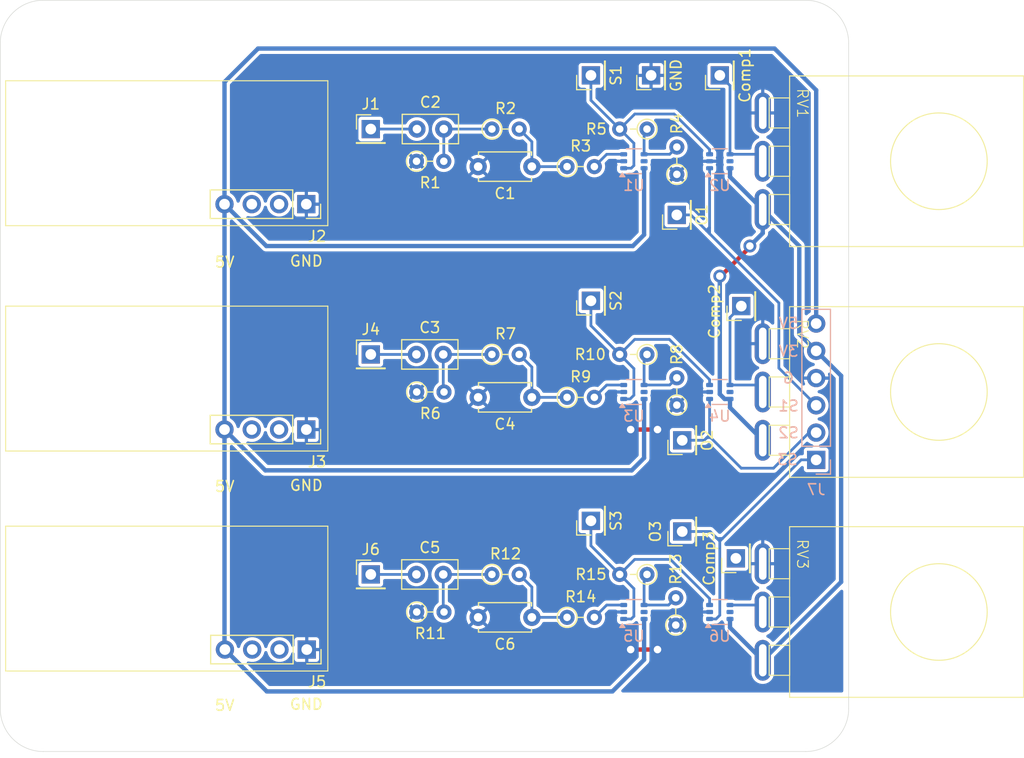
<source format=kicad_pcb>
(kicad_pcb (version 20240108) (generator "pcbnew") (generator_version "8.0")
  (layers (0 "F.Cu" signal) (31 "B.Cu" signal) (34 "B.Paste" user) (35 "F.Paste" user) (36 "B.SilkS" user "B.Silkscreen") (37 "F.SilkS" user "F.Silkscreen") (38 "B.Mask" user) (39 "F.Mask" user) (44 "Edge.Cuts" user))
  (net 0 "")
  (net 1 "Net-(C1-Pad1)")
  (net 2 "GND")
  (net 3 "Net-(J1-Pin_1)")
  (net 4 "Net-(C2-Pad2)")
  (net 5 "Net-(C3-Pad2)")
  (net 6 "Net-(U1-+)")
  (net 7 "Net-(U1--)")
  (net 8 "Net-(U2-+)")
  (net 9 "Net-(U2--)")
  (net 10 "+3V3")
  (net 12 "+5V")
  (net 14 "Net-(J4-Pin_1)")
  (net 15 "Net-(C4-Pad1)")
  (net 16 "Net-(C5-Pad2)")
  (net 17 "Net-(J6-Pin_1)")
  (net 18 "Net-(C6-Pad1)")
  (net 25 "ISR1")
  (net 26 "ISR2")
  (net 27 "ISR3")
  (net 28 "Net-(U3-+)")
  (net 29 "Net-(U3--)")
  (net 30 "Net-(U4-+)")
  (net 31 "Net-(U5-+)")
  (net 32 "Net-(U5--)")
  (net 33 "Net-(U6-+)")
  (net 34 "Net-(U4--)")
  (net 35 "Net-(U6--)")
  (footprint "Connector_PinHeader_2.54mm:PinHeader_1x01_P2.54mm_Vertical" (layer "F.Cu") (at 74.5 57 90)
    (property "Reference" "TP3")
    (property "Value" "S2" (at 0 2.33 90) (layer "F.SilkS"))
    (pad "1" thru_hole rect (at 0 0 90) (size 1.7 1.7) (drill 1) (layers "*.Cu" "*.Mask") (net 30 "Net-(U4-+)"))
  )
  (footprint "Connector_PinSocket_2.54mm:PinSocket_1x04_P2.54mm_Vertical" (layer "F.Cu") (at 48.04 89.5 -90)
    (property "Reference" "J5" (at 3 -0.96 180) (layer "F.SilkS"))
    (property "Value" "RF_RCV_3")
    (pad "1" thru_hole rect (at 0 0 270) (size 1.7 1.7) (drill 1) (layers "*.Cu" "*.Mask") (net 2 "GND"))
    (pad "2" thru_hole oval (at 0 2.54 270) (size 1.7 1.7) (drill 1) (layers "*.Cu" "*.Mask"))
    (pad "3" thru_hole oval (at 0 5.08 270) (size 1.7 1.7) (drill 1) (layers "*.Cu" "*.Mask"))
    (pad "4" thru_hole oval (at 0 7.62 270) (size 1.7 1.7) (drill 1) (layers "*.Cu" "*.Mask") (net 12 "+5V"))
  )
  (footprint "Resistor_THT:R_Axial_DIN0204_L3.6mm_D1.6mm_P2.54mm_Vertical" (layer "F.Cu") (at 72.28 66)
    (property "Reference" "R9" (at 1.27 -1.92 0) (layer "F.SilkS"))
    (property "Value" "330R")
    (pad "1" thru_hole circle (at 0 0) (size 1.4 1.4) (drill 0.7) (layers "*.Cu" "*.Mask") (net 15 "Net-(C4-Pad1)"))
    (pad "2" thru_hole oval (at 2.54 0) (size 1.4 1.4) (drill 0.7) (layers "*.Cu" "*.Mask") (net 28 "Net-(U3-+)"))
  )
  (footprint "Connector_PinHeader_2.54mm:PinHeader_1x01_P2.54mm_Vertical" (layer "F.Cu") (at 86.5 36 90)
    (property "Reference" "TP5")
    (property "Value" "Comp1" (at 0 2.33 90) (layer "F.SilkS"))
    (pad "1" thru_hole rect (at 0 0 90) (size 1.7 1.7) (drill 1) (layers "*.Cu" "*.Mask") (net 9 "Net-(U2--)"))
  )
  (footprint "Resistor_THT:R_Axial_DIN0204_L3.6mm_D1.6mm_P2.54mm_Vertical" (layer "F.Cu") (at 72.28 86.5)
    (property "Reference" "R14" (at 1.27 -1.92 0) (layer "F.SilkS"))
    (property "Value" "330R")
    (pad "1" thru_hole circle (at 0 0) (size 1.4 1.4) (drill 0.7) (layers "*.Cu" "*.Mask") (net 18 "Net-(C6-Pad1)"))
    (pad "2" thru_hole oval (at 2.54 0) (size 1.4 1.4) (drill 0.7) (layers "*.Cu" "*.Mask") (net 31 "Net-(U5-+)"))
  )
  (footprint "Resistor_THT:R_Axial_DIN0204_L3.6mm_D1.6mm_P2.54mm_Vertical" (layer "F.Cu") (at 65.28 82.5)
    (property "Reference" "R12" (at 1.27 -1.92 0) (layer "F.SilkS"))
    (property "Value" "5.6kR")
    (pad "1" thru_hole circle (at 0 0) (size 1.4 1.4) (drill 0.7) (layers "*.Cu" "*.Mask") (net 16 "Net-(C5-Pad2)"))
    (pad "2" thru_hole oval (at 2.54 0) (size 1.4 1.4) (drill 0.7) (layers "*.Cu" "*.Mask") (net 18 "Net-(C6-Pad1)"))
  )
  (footprint "282S:282S" (layer "F.Cu") (at 90.5 39.5 -90)
    (property "Reference" "RV1" (at -0.9 -3.7 -90) (layer "F.SilkS") (effects (font (thickness 0.1))))
    (property "Value" "Trim")
    (pad "1" thru_hole oval (at 0 0 270) (size 3.8 1.5) (drill oval 3 0.7) (layers "*.Cu" "*.Mask") (net 2 "GND"))
    (pad "2" thru_hole oval (at 4.5 0 270) (size 3.8 1.5) (drill oval 3 0.7) (layers "*.Cu" "*.Mask") (net 9 "Net-(U2--)"))
    (pad "3" thru_hole oval (at 9 0 270) (size 3.8 1.5) (drill oval 3 0.7) (layers "*.Cu" "*.Mask") (net 10 "+3V3"))
  )
  (footprint "Capacitor_THT:C_Disc_D4.7mm_W2.5mm_P5.00mm" (layer "F.Cu") (at 69 66 180)
    (property "Reference" "C4" (at 2.5 -2.5 360) (layer "F.SilkS"))
    (property "Value" "470nF")
    (pad "1" thru_hole circle (at 0 0 180) (size 1.6 1.6) (drill 0.8) (layers "*.Cu" "*.Mask") (net 15 "Net-(C4-Pad1)"))
    (pad "2" thru_hole circle (at 5 0 180) (size 1.6 1.6) (drill 0.8) (layers "*.Cu" "*.Mask") (net 2 "GND"))
  )
  (footprint "Resistor_THT:R_Axial_DIN0204_L3.6mm_D1.6mm_P2.54mm_Vertical" (layer "F.Cu") (at 79.72 41 180)
    (property "Reference" "R5" (at 4.72 0 360) (layer "F.SilkS"))
    (property "Value" "1kR")
    (pad "1" thru_hole circle (at 0 0 180) (size 1.4 1.4) (drill 0.7) (layers "*.Cu" "*.Mask") (net 7 "Net-(U1--)"))
    (pad "2" thru_hole oval (at 2.54 0 180) (size 1.4 1.4) (drill 0.7) (layers "*.Cu" "*.Mask") (net 8 "Net-(U2-+)"))
  )
  (footprint "Resistor_THT:R_Axial_DIN0204_L3.6mm_D1.6mm_P2.54mm_Vertical" (layer "F.Cu") (at 65.28 41)
    (property "Reference" "R2" (at 1.27 -1.92 360) (layer "F.SilkS"))
    (property "Value" "5.6kR")
    (pad "1" thru_hole circle (at 0 0) (size 1.4 1.4) (drill 0.7) (layers "*.Cu" "*.Mask") (net 4 "Net-(C2-Pad2)"))
    (pad "2" thru_hole oval (at 2.54 0) (size 1.4 1.4) (drill 0.7) (layers "*.Cu" "*.Mask") (net 1 "Net-(C1-Pad1)"))
  )
  (footprint "Connector_PinSocket_2.54mm:PinSocket_1x04_P2.54mm_Vertical" (layer "F.Cu") (at 48 48 -90)
    (property "Reference" "J2" (at 3 -1 180) (layer "F.SilkS"))
    (property "Value" "RF_RCV_1")
    (pad "1" thru_hole rect (at 0 0 270) (size 1.7 1.7) (drill 1) (layers "*.Cu" "*.Mask") (net 2 "GND"))
    (pad "2" thru_hole oval (at 0 2.54 270) (size 1.7 1.7) (drill 1) (layers "*.Cu" "*.Mask"))
    (pad "3" thru_hole oval (at 0 5.08 270) (size 1.7 1.7) (drill 1) (layers "*.Cu" "*.Mask"))
    (pad "4" thru_hole oval (at 0 7.62 270) (size 1.7 1.7) (drill 1) (layers "*.Cu" "*.Mask") (net 12 "+5V"))
  )
  (footprint "Resistor_THT:R_Axial_DIN0204_L3.6mm_D1.6mm_P2.54mm_Vertical" (layer "F.Cu") (at 82.4 87.22 90)
    (property "Reference" "R13" (at 5.22 0 90) (layer "F.SilkS"))
    (property "Value" "500R")
    (pad "1" thru_hole circle (at 0 0 90) (size 1.4 1.4) (drill 0.7) (layers "*.Cu" "*.Mask") (net 2 "GND"))
    (pad "2" thru_hole oval (at 2.54 0 90) (size 1.4 1.4) (drill 0.7) (layers "*.Cu" "*.Mask") (net 32 "Net-(U5--)"))
  )
  (footprint "Resistor_THT:R_Axial_DIN0204_L3.6mm_D1.6mm_P2.54mm_Vertical" (layer "F.Cu") (at 72.28 44.5)
    (property "Reference" "R3" (at 1.27 -1.92 0) (layer "F.SilkS"))
    (property "Value" "330R")
    (pad "1" thru_hole circle (at 0 0) (size 1.4 1.4) (drill 0.7) (layers "*.Cu" "*.Mask") (net 1 "Net-(C1-Pad1)"))
    (pad "2" thru_hole oval (at 2.54 0) (size 1.4 1.4) (drill 0.7) (layers "*.Cu" "*.Mask") (net 6 "Net-(U1-+)"))
  )
  (footprint "Connector_PinHeader_2.54mm:PinHeader_1x01_P2.54mm_Vertical" (layer "F.Cu") (at 54 82.5)
    (property "Reference" "J6" (at 0 -2.33 0) (layer "F.SilkS"))
    (property "Value" "S3")
    (pad "1" thru_hole rect (at 0 0) (size 1.7 1.7) (drill 1) (layers "*.Cu" "*.Mask") (net 17 "Net-(J6-Pin_1)"))
  )
  (footprint "Resistor_THT:R_Axial_DIN0204_L3.6mm_D1.6mm_P2.54mm_Vertical" (layer "F.Cu") (at 58.28 65.5)
    (property "Reference" "R6" (at 1.27 2 0) (layer "F.SilkS"))
    (property "Value" "39kR")
    (pad "1" thru_hole circle (at 0 0) (size 1.4 1.4) (drill 0.7) (layers "*.Cu" "*.Mask") (net 2 "GND"))
    (pad "2" thru_hole oval (at 2.54 0) (size 1.4 1.4) (drill 0.7) (layers "*.Cu" "*.Mask") (net 5 "Net-(C3-Pad2)"))
  )
  (footprint "Resistor_THT:R_Axial_DIN0204_L3.6mm_D1.6mm_P2.54mm_Vertical" (layer "F.Cu") (at 82.5 45.22 90)
    (property "Reference" "R4" (at 4.72 0 90) (layer "F.SilkS"))
    (property "Value" "500R")
    (pad "1" thru_hole circle (at 0 0 90) (size 1.4 1.4) (drill 0.7) (layers "*.Cu" "*.Mask") (net 2 "GND"))
    (pad "2" thru_hole oval (at 2.54 0 90) (size 1.4 1.4) (drill 0.7) (layers "*.Cu" "*.Mask") (net 7 "Net-(U1--)"))
  )
  (footprint "Connector_PinHeader_2.54mm:PinHeader_1x01_P2.54mm_Vertical" (layer "F.Cu") (at 83 78.5 90)
    (property "Reference" "TP10")
    (property "Value" "O3" (at 0 -2.5 90) (layer "F.SilkS"))
    (pad "1" thru_hole rect (at 0 0 90) (size 1.7 1.7) (drill 1) (layers "*.Cu" "*.Mask") (net 27 "ISR3"))
  )
  (footprint "Resistor_THT:R_Axial_DIN0204_L3.6mm_D1.6mm_P2.54mm_Vertical" (layer "F.Cu") (at 79.72 62 180)
    (property "Reference" "R10" (at 5.28 0 360) (layer "F.SilkS"))
    (property "Value" "1kR")
    (pad "1" thru_hole circle (at 0 0 180) (size 1.4 1.4) (drill 0.7) (layers "*.Cu" "*.Mask") (net 29 "Net-(U3--)"))
    (pad "2" thru_hole oval (at 2.54 0 180) (size 1.4 1.4) (drill 0.7) (layers "*.Cu" "*.Mask") (net 30 "Net-(U4-+)"))
  )
  (footprint "Resistor_THT:R_Axial_DIN0204_L3.6mm_D1.6mm_P2.54mm_Vertical" (layer "F.Cu") (at 58.28 86)
    (property "Reference" "R11" (at 1.27 2 0) (layer "F.SilkS"))
    (property "Value" "39kR")
    (pad "1" thru_hole circle (at 0 0) (size 1.4 1.4) (drill 0.7) (layers "*.Cu" "*.Mask") (net 2 "GND"))
    (pad "2" thru_hole oval (at 2.54 0) (size 1.4 1.4) (drill 0.7) (layers "*.Cu" "*.Mask") (net 16 "Net-(C5-Pad2)"))
  )
  (footprint "Connector_PinHeader_2.54mm:PinHeader_1x01_P2.54mm_Vertical" (layer "F.Cu") (at 80.1 36 90)
    (property "Reference" "TP1" (hide yes))
    (property "Value" "GND" (at 0 2.33 90) (layer "F.SilkS"))
    (pad "1" thru_hole rect (at 0 0 90) (size 1.7 1.7) (drill 1) (layers "*.Cu" "*.Mask") (net 2 "GND"))
  )
  (footprint "Connector_PinHeader_2.54mm:PinHeader_1x01_P2.54mm_Vertical" (layer "F.Cu") (at 54 62)
    (property "Reference" "J4" (at 0 -2.33 0) (layer "F.SilkS"))
    (property "Value" "S2")
    (pad "1" thru_hole rect (at 0 0) (size 1.7 1.7) (drill 1) (layers "*.Cu" "*.Mask") (net 14 "Net-(J4-Pin_1)"))
  )
  (footprint "Capacitor_THT:C_Disc_D5.0mm_W2.5mm_P2.50mm" (layer "F.Cu") (at 58.3 41)
    (property "Reference" "C2" (at 1.25 -2.5 0) (layer "F.SilkS"))
    (property "Value" "100nF")
    (pad "1" thru_hole circle (at 0 0) (size 1.6 1.6) (drill 0.8) (layers "*.Cu" "*.Mask") (net 3 "Net-(J1-Pin_1)"))
    (pad "2" thru_hole circle (at 2.5 0) (size 1.6 1.6) (drill 0.8) (layers "*.Cu" "*.Mask") (net 4 "Net-(C2-Pad2)"))
  )
  (footprint "MountingHole:MountingHole_3.2mm_M3_ISO14580" (layer "F.Cu") (at 23.5 95)
    (property "Reference" "H2" (hide yes))
    (property "Value" "-")
    (pad "" np_thru_hole circle (at 0 0) (size 3.2 3.2) (drill 3.2) (layers "*.Cu" "*.Mask"))
  )
  (footprint "Resistor_THT:R_Axial_DIN0204_L3.6mm_D1.6mm_P2.54mm_Vertical" (layer "F.Cu") (at 79.72 82.5 180)
    (property "Reference" "R15" (at 5.22 0 360) (layer "F.SilkS"))
    (property "Value" "1kR")
    (pad "1" thru_hole circle (at 0 0 180) (size 1.4 1.4) (drill 0.7) (layers "*.Cu" "*.Mask") (net 32 "Net-(U5--)"))
    (pad "2" thru_hole oval (at 2.54 0 180) (size 1.4 1.4) (drill 0.7) (layers "*.Cu" "*.Mask") (net 33 "Net-(U6-+)"))
  )
  (footprint "Capacitor_THT:C_Disc_D4.7mm_W2.5mm_P5.00mm" (layer "F.Cu") (at 69 86.5 180)
    (property "Reference" "C6" (at 2.5 -2.5 360) (layer "F.SilkS"))
    (property "Value" "470nF")
    (pad "1" thru_hole circle (at 0 0 180) (size 1.6 1.6) (drill 0.8) (layers "*.Cu" "*.Mask") (net 18 "Net-(C6-Pad1)"))
    (pad "2" thru_hole circle (at 5 0 180) (size 1.6 1.6) (drill 0.8) (layers "*.Cu" "*.Mask") (net 2 "GND"))
  )
  (footprint "Capacitor_THT:C_Disc_D4.7mm_W2.5mm_P5.00mm" (layer "F.Cu") (at 69 44.5 180)
    (property "Reference" "C1" (at 2.5 -2.5 360) (layer "F.SilkS"))
    (property "Value" "470nF")
    (pad "1" thru_hole circle (at 0 0 180) (size 1.6 1.6) (drill 0.8) (layers "*.Cu" "*.Mask") (net 1 "Net-(C1-Pad1)"))
    (pad "2" thru_hole circle (at 5 0 180) (size 1.6 1.6) (drill 0.8) (layers "*.Cu" "*.Mask") (net 2 "GND"))
  )
  (footprint "Connector_PinHeader_2.54mm:PinHeader_1x01_P2.54mm_Vertical" (layer "F.Cu") (at 82.5 49 90)
    (property "Reference" "TP8")
    (property "Value" "O1" (at 0 2.33 90) (layer "F.SilkS"))
    (pad "1" thru_hole rect (at 0 0 90) (size 1.7 1.7) (drill 1) (layers "*.Cu" "*.Mask") (net 25 "ISR1"))
  )
  (footprint "MountingHole:MountingHole_3.2mm_M3_ISO14580" (layer "F.Cu") (at 23.5 33)
    (property "Reference" "H1" (hide yes))
    (property "Value" "-")
    (pad "" np_thru_hole circle (at 0 0) (size 3.2 3.2) (drill 3.2) (layers "*.Cu" "*.Mask"))
  )
  (footprint "Connector_PinHeader_2.54mm:PinHeader_1x01_P2.54mm_Vertical" (layer "F.Cu") (at 54 41)
    (property "Reference" "J1" (at 0 -2.33 0) (layer "F.SilkS"))
    (property "Value" "S1")
    (pad "1" thru_hole rect (at 0 0) (size 1.7 1.7) (drill 1) (layers "*.Cu" "*.Mask") (net 3 "Net-(J1-Pin_1)"))
  )
  (footprint "282S:282S" (layer "F.Cu") (at 90.5 61 -90)
    (property "Reference" "RV2" (at -0.9 -3.7 -90) (layer "F.SilkS") (effects (font (thickness 0.1))))
    (property "Value" "Trim")
    (pad "1" thru_hole oval (at 0 0 270) (size 3.8 1.5) (drill oval 3 0.7) (layers "*.Cu" "*.Mask") (net 2 "GND"))
    (pad "2" thru_hole oval (at 4.5 0 270) (size 3.8 1.5) (drill oval 3 0.7) (layers "*.Cu" "*.Mask") (net 34 "Net-(U4--)"))
    (pad "3" thru_hole oval (at 9 0 270) (size 3.8 1.5) (drill oval 3 0.7) (layers "*.Cu" "*.Mask") (net 10 "+3V3"))
  )
  (footprint "Capacitor_THT:C_Disc_D5.0mm_W2.5mm_P2.50mm" (layer "F.Cu") (at 58.25 62)
    (property "Reference" "C3" (at 1.25 -2.5 0) (layer "F.SilkS"))
    (property "Value" "100nF")
    (pad "1" thru_hole circle (at 0 0) (size 1.6 1.6) (drill 0.8) (layers "*.Cu" "*.Mask") (net 14 "Net-(J4-Pin_1)"))
    (pad "2" thru_hole circle (at 2.5 0) (size 1.6 1.6) (drill 0.8) (layers "*.Cu" "*.Mask") (net 5 "Net-(C3-Pad2)"))
  )
  (footprint "Connector_PinHeader_2.54mm:PinHeader_1x01_P2.54mm_Vertical" (layer "F.Cu") (at 83 70 90)
    (property "Reference" "TP9")
    (property "Value" "O2" (at 0 2.33 90) (layer "F.SilkS"))
    (pad "1" thru_hole rect (at 0 0 90) (size 1.7 1.7) (drill 1) (layers "*.Cu" "*.Mask") (net 26 "ISR2"))
  )
  (footprint "Connector_PinHeader_2.54mm:PinHeader_1x01_P2.54mm_Vertical" (layer "F.Cu") (at 88.5 57.5 90)
    (property "Reference" "TP6")
    (property "Value" "Comp2" (at -0.5 -2.5 -90) (layer "F.SilkS"))
    (pad "1" thru_hole rect (at 0 0 90) (size 1.7 1.7) (drill 1) (layers "*.Cu" "*.Mask") (net 34 "Net-(U4--)"))
  )
  (footprint "Connector_PinSocket_2.54mm:PinSocket_1x04_P2.54mm_Vertical" (layer "F.Cu") (at 48 69 -90)
    (property "Reference" "J3" (at 3 -1 180) (layer "F.SilkS"))
    (property "Value" "RF_RCV_2")
    (pad "1" thru_hole rect (at 0 0 270) (size 1.7 1.7) (drill 1) (layers "*.Cu" "*.Mask") (net 2 "GND"))
    (pad "2" thru_hole oval (at 0 2.54 270) (size 1.7 1.7) (drill 1) (layers "*.Cu" "*.Mask"))
    (pad "3" thru_hole oval (at 0 5.08 270) (size 1.7 1.7) (drill 1) (layers "*.Cu" "*.Mask"))
    (pad "4" thru_hole oval (at 0 7.62 270) (size 1.7 1.7) (drill 1) (layers "*.Cu" "*.Mask") (net 12 "+5V"))
  )
  (footprint "Resistor_THT:R_Axial_DIN0204_L3.6mm_D1.6mm_P2.54mm_Vertical" (layer "F.Cu") (at 82.5 66.72 90)
    (property "Reference" "R8" (at 4.72 0 90) (layer "F.SilkS"))
    (property "Value" "500R")
    (pad "1" thru_hole circle (at 0 0 90) (size 1.4 1.4) (drill 0.7) (layers "*.Cu" "*.Mask") (net 2 "GND"))
    (pad "2" thru_hole oval (at 2.54 0 90) (size 1.4 1.4) (drill 0.7) (layers "*.Cu" "*.Mask") (net 29 "Net-(U3--)"))
  )
  (footprint "Capacitor_THT:C_Disc_D5.0mm_W2.5mm_P2.50mm" (layer "F.Cu") (at 58.25 82.5)
    (property "Reference" "C5" (at 1.25 -2.5 0) (layer "F.SilkS"))
    (property "Value" "100nF")
    (pad "1" thru_hole circle (at 0 0) (size 1.6 1.6) (drill 0.8) (layers "*.Cu" "*.Mask") (net 17 "Net-(J6-Pin_1)"))
    (pad "2" thru_hole circle (at 2.5 0) (size 1.6 1.6) (drill 0.8) (layers "*.Cu" "*.Mask") (net 16 "Net-(C5-Pad2)"))
  )
  (footprint "Resistor_THT:R_Axial_DIN0204_L3.6mm_D1.6mm_P2.54mm_Vertical" (layer "F.Cu") (at 58.26 44)
    (property "Reference" "R1" (at 1.27 2 0) (layer "F.SilkS"))
    (property "Value" "39kR")
    (pad "1" thru_hole circle (at 0 0) (size 1.4 1.4) (drill 0.7) (layers "*.Cu" "*.Mask") (net 2 "GND"))
    (pad "2" thru_hole oval (at 2.54 0) (size 1.4 1.4) (drill 0.7) (layers "*.Cu" "*.Mask") (net 4 "Net-(C2-Pad2)"))
  )
  (footprint "282S:282S" (layer "F.Cu") (at 90.5 81.5 -90)
    (property "Reference" "RV3" (at -0.9 -3.7 -90) (layer "F.SilkS") (effects (font (thickness 0.1))))
    (property "Value" "Trim")
    (pad "1" thru_hole oval (at 0 0 270) (size 3.8 1.5) (drill oval 3 0.7) (layers "*.Cu" "*.Mask") (net 2 "GND"))
    (pad "2" thru_hole oval (at 4.5 0 270) (size 3.8 1.5) (drill oval 3 0.7) (layers "*.Cu" "*.Mask") (net 35 "Net-(U6--)"))
    (pad "3" thru_hole oval (at 9 0 270) (size 3.8 1.5) (drill oval 3 0.7) (layers "*.Cu" "*.Mask") (net 10 "+3V3"))
  )
  (footprint "Connector_PinHeader_2.54mm:PinHeader_1x01_P2.54mm_Vertical" (layer "F.Cu") (at 88 81 90)
    (property "Reference" "TP7" (hide yes))
    (property "Value" "Comp3" (at 0 -2.5 90) (layer "F.SilkS"))
    (pad "1" thru_hole rect (at 0 0 90) (size 1.7 1.7) (drill 1) (layers "*.Cu" "*.Mask") (net 35 "Net-(U6--)"))
  )
  (footprint "Resistor_THT:R_Axial_DIN0204_L3.6mm_D1.6mm_P2.54mm_Vertical" (layer "F.Cu") (at 65.28 62)
    (property "Reference" "R7" (at 1.27 -1.92 0) (layer "F.SilkS"))
    (property "Value" "5.6kR")
    (pad "1" thru_hole circle (at 0 0) (size 1.4 1.4) (drill 0.7) (layers "*.Cu" "*.Mask") (net 5 "Net-(C3-Pad2)"))
    (pad "2" thru_hole oval (at 2.54 0) (size 1.4 1.4) (drill 0.7) (layers "*.Cu" "*.Mask") (net 15 "Net-(C4-Pad1)"))
  )
  (footprint "Connector_PinHeader_2.54mm:PinHeader_1x01_P2.54mm_Vertical" (layer "F.Cu") (at 74.5 36 90)
    (property "Reference" "TP2")
    (property "Value" "S1" (at 0 2.33 90) (layer "F.SilkS"))
    (pad "1" thru_hole rect (at 0 0 90) (size 1.7 1.7) (drill 1) (layers "*.Cu" "*.Mask") (net 8 "Net-(U2-+)"))
  )
  (footprint "Connector_PinHeader_2.54mm:PinHeader_1x01_P2.54mm_Vertical" (layer "F.Cu") (at 74.5 77.5 90)
    (property "Reference" "TP4")
    (property "Value" "S3" (at 0 2.33 90) (layer "F.SilkS"))
    (pad "1" thru_hole rect (at 0 0 90) (size 1.7 1.7) (drill 1) (layers "*.Cu" "*.Mask") (net 33 "Net-(U6-+)"))
  )
  (footprint "Package_TO_SOT_SMD:SOT-363_SC-70-6" (layer "B.Cu") (at 86.5 86)
    (property "Reference" "U6" (at 0 2.25 360) (layer "B.SilkS") (effects (justify mirror)))
    (property "Value" "LTC6752-SC70")
    (pad "1" smd roundrect (at -0.95 0.65) (size 0.65 0.4) (layers "B.Cu" "B.Paste" "B.Mask") (net 27 "ISR3"))
    (pad "2" smd roundrect (at -0.95 0) (size 0.65 0.4) (layers "B.Cu" "B.Paste" "B.Mask") (net 2 "GND"))
    (pad "3" smd roundrect (at -0.95 -0.65) (size 0.65 0.4) (layers "B.Cu" "B.Paste" "B.Mask") (net 33 "Net-(U6-+)"))
    (pad "4" smd roundrect (at 0.95 -0.65) (size 0.65 0.4) (layers "B.Cu" "B.Paste" "B.Mask") (net 35 "Net-(U6--)"))
    (pad "5" smd roundrect (at 0.95 0) (size 0.65 0.4) (layers "B.Cu" "B.Paste" "B.Mask"))
    (pad "6" smd roundrect (at 0.95 0.65) (size 0.65 0.4) (layers "B.Cu" "B.Paste" "B.Mask") (net 10 "+3V3"))
  )
  (footprint "Package_TO_SOT_SMD:SOT-363_SC-70-6" (layer "B.Cu") (at 78.5 65.5)
    (property "Reference" "U3" (at 0 2.25 360) (layer "B.SilkS") (effects (justify mirror)))
    (property "Value" "LTC6752-SC70")
    (pad "1" smd roundrect (at -0.95 0.65) (size 0.65 0.4) (layers "B.Cu" "B.Paste" "B.Mask") (net 30 "Net-(U4-+)"))
    (pad "2" smd roundrect (at -0.95 0) (size 0.65 0.4) (layers "B.Cu" "B.Paste" "B.Mask") (net 2 "GND"))
    (pad "3" smd roundrect (at -0.95 -0.65) (size 0.65 0.4) (layers "B.Cu" "B.Paste" "B.Mask") (net 28 "Net-(U3-+)"))
    (pad "4" smd roundrect (at 0.95 -0.65) (size 0.65 0.4) (layers "B.Cu" "B.Paste" "B.Mask") (net 29 "Net-(U3--)"))
    (pad "5" smd roundrect (at 0.95 0) (size 0.65 0.4) (layers "B.Cu" "B.Paste" "B.Mask"))
    (pad "6" smd roundrect (at 0.95 0.65) (size 0.65 0.4) (layers "B.Cu" "B.Paste" "B.Mask") (net 12 "+5V"))
  )
  (footprint "Connector_PinSocket_2.54mm:PinSocket_1x06_P2.54mm_Vertical" (layer "B.Cu") (at 95.475 71.825)
    (property "Reference" "J7" (at 0 2.77 0) (layer "B.SilkS") (effects (justify mirror)))
    (property "Value" "Socket")
    (pad "1" thru_hole rect (at 0 0) (size 1.7 1.7) (drill 1) (layers "*.Cu" "*.Mask") (net 27 "ISR3"))
    (pad "2" thru_hole oval (at 0 -2.54) (size 1.7 1.7) (drill 1) (layers "*.Cu" "*.Mask") (net 26 "ISR2"))
    (pad "3" thru_hole oval (at 0 -5.08) (size 1.7 1.7) (drill 1) (layers "*.Cu" "*.Mask") (net 25 "ISR1"))
    (pad "4" thru_hole oval (at 0 -7.62) (size 1.7 1.7) (drill 1) (layers "*.Cu" "*.Mask") (net 2 "GND"))
    (pad "5" thru_hole oval (at 0 -10.16) (size 1.7 1.7) (drill 1) (layers "*.Cu" "*.Mask") (net 10 "+3V3"))
    (pad "6" thru_hole oval (at 0 -12.7) (size 1.7 1.7) (drill 1) (layers "*.Cu" "*.Mask") (net 12 "+5V"))
  )
  (footprint "Package_TO_SOT_SMD:SOT-363_SC-70-6" (layer "B.Cu") (at 86.5 65.5)
    (property "Reference" "U4" (at 0 2.25 360) (layer "B.SilkS") (effects (justify mirror)))
    (property "Value" "LTC6752-SC70")
    (pad "1" smd roundrect (at -0.95 0.65) (size 0.65 0.4) (layers "B.Cu" "B.Paste" "B.Mask") (net 26 "ISR2"))
    (pad "2" smd roundrect (at -0.95 0) (size 0.65 0.4) (layers "B.Cu" "B.Paste" "B.Mask") (net 2 "GND"))
    (pad "3" smd roundrect (at -0.95 -0.65) (size 0.65 0.4) (layers "B.Cu" "B.Paste" "B.Mask") (net 30 "Net-(U4-+)"))
    (pad "4" smd roundrect (at 0.95 -0.65) (size 0.65 0.4) (layers "B.Cu" "B.Paste" "B.Mask") (net 34 "Net-(U4--)"))
    (pad "5" smd roundrect (at 0.95 0) (size 0.65 0.4) (layers "B.Cu" "B.Paste" "B.Mask"))
    (pad "6" smd roundrect (at 0.95 0.65) (size 0.65 0.4) (layers "B.Cu" "B.Paste" "B.Mask") (net 10 "+3V3"))
  )
  (footprint "Package_TO_SOT_SMD:SOT-363_SC-70-6" (layer "B.Cu") (at 78.5 86)
    (property "Reference" "U5" (at 0 2.25 360) (layer "B.SilkS") (effects (justify mirror)))
    (property "Value" "LTC6752-SC70")
    (pad "1" smd roundrect (at -0.95 0.65) (size 0.65 0.4) (layers "B.Cu" "B.Paste" "B.Mask") (net 33 "Net-(U6-+)"))
    (pad "2" smd roundrect (at -0.95 0) (size 0.65 0.4) (layers "B.Cu" "B.Paste" "B.Mask") (net 2 "GND"))
    (pad "3" smd roundrect (at -0.95 -0.65) (size 0.65 0.4) (layers "B.Cu" "B.Paste" "B.Mask") (net 31 "Net-(U5-+)"))
    (pad "4" smd roundrect (at 0.95 -0.65) (size 0.65 0.4) (layers "B.Cu" "B.Paste" "B.Mask") (net 32 "Net-(U5--)"))
    (pad "5" smd roundrect (at 0.95 0) (size 0.65 0.4) (layers "B.Cu" "B.Paste" "B.Mask"))
    (pad "6" smd roundrect (at 0.95 0.65) (size 0.65 0.4) (layers "B.Cu" "B.Paste" "B.Mask") (net 12 "+5V"))
  )
  (footprint "Package_TO_SOT_SMD:SOT-363_SC-70-6" (layer "B.Cu") (at 78.5 44)
    (property "Reference" "U1" (at 0 2.25 360) (layer "B.SilkS") (effects (justify mirror)))
    (property "Value" "LTC6752-SC70")
    (pad "1" smd roundrect (at -0.95 0.65) (size 0.65 0.4) (layers "B.Cu" "B.Paste" "B.Mask") (net 8 "Net-(U2-+)"))
    (pad "2" smd roundrect (at -0.95 0) (size 0.65 0.4) (layers "B.Cu" "B.Paste" "B.Mask") (net 2 "GND"))
    (pad "3" smd roundrect (at -0.95 -0.65) (size 0.65 0.4) (layers "B.Cu" "B.Paste" "B.Mask") (net 6 "Net-(U1-+)"))
    (pad "4" smd roundrect (at 0.95 -0.65) (size 0.65 0.4) (layers "B.Cu" "B.Paste" "B.Mask") (net 7 "Net-(U1--)"))
    (pad "5" smd roundrect (at 0.95 0) (size 0.65 0.4) (layers "B.Cu" "B.Paste" "B.Mask"))
    (pad "6" smd roundrect (at 0.95 0.65) (size 0.65 0.4) (layers "B.Cu" "B.Paste" "B.Mask") (net 12 "+5V"))
  )
  (footprint "Package_TO_SOT_SMD:SOT-363_SC-70-6" (layer "B.Cu") (at 86.5 44)
    (property "Reference" "U2" (at 0 2.25 360) (layer "B.SilkS") (effects (justify mirror)))
    (property "Value" "LTC6752-SC70")
    (pad "1" smd roundrect (at -0.95 0.65) (size 0.65 0.4) (layers "B.Cu" "B.Paste" "B.Mask") (net 25 "ISR1"))
    (pad "2" smd roundrect (at -0.95 0) (size 0.65 0.4) (layers "B.Cu" "B.Paste" "B.Mask") (net 2 "GND"))
    (pad "3" smd roundrect (at -0.95 -0.65) (size 0.65 0.4) (layers "B.Cu" "B.Paste" "B.Mask") (net 8 "Net-(U2-+)"))
    (pad "4" smd roundrect (at 0.95 -0.65) (size 0.65 0.4) (layers "B.Cu" "B.Paste" "B.Mask") (net 9 "Net-(U2--)"))
    (pad "5" smd roundrect (at 0.95 0) (size 0.65 0.4) (layers "B.Cu" "B.Paste" "B.Mask"))
    (pad "6" smd roundrect (at 0.95 0.65) (size 0.65 0.4) (layers "B.Cu" "B.Paste" "B.Mask") (net 10 "+3V3"))
  )
  (gr_line (start 50 50) (end 20 50) (stroke (width 0.1)) (layer "F.SilkS"))
  (gr_line (start 20 36.5) (end 50 36.5) (stroke (width 0.1)) (layer "F.SilkS"))
  (gr_line (start 20 57.5) (end 50 57.5) (stroke (width 0.1)) (layer "F.SilkS"))
  (gr_line (start 50 36.5) (end 50 50) (stroke (width 0.1)) (layer "F.SilkS"))
  (gr_line (start 50 91.5) (end 20 91.5) (stroke (width 0.1)) (layer "F.SilkS"))
  (gr_line (start 50 57.5) (end 50 71) (stroke (width 0.1)) (layer "F.SilkS"))
  (gr_line (start 50 71) (end 20 71) (stroke (width 0.1)) (layer "F.SilkS"))
  (gr_line (start 20 50) (end 20 36.5) (stroke (width 0.1)) (layer "F.SilkS"))
  (gr_line (start 20 91.5) (end 20 78) (stroke (width 0.1)) (layer "F.SilkS"))
  (gr_line (start 20 78) (end 50 78) (stroke (width 0.1)) (layer "F.SilkS"))
  (gr_line (start 50 78) (end 50 91.5) (stroke (width 0.1)) (layer "F.SilkS"))
  (gr_line (start 20 71) (end 20 57.5) (stroke (width 0.1)) (layer "F.SilkS"))
  (gr_line (start 98.5 95) (end 98.5 33) (stroke (width 0.05)) (layer "Edge.Cuts"))
  (gr_line (start 23.5 29) (end 94.5 29) (stroke (width 0.05)) (layer "Edge.Cuts"))
  (gr_arc (start 98.5 95) (mid 97.328427 97.828427) (end 94.5 99) (stroke (width 0.05)) (layer "Edge.Cuts"))
  (gr_arc (start 19.5 33) (mid 20.671573 30.171573) (end 23.5 29) (stroke (width 0.05)) (layer "Edge.Cuts"))
  (gr_line (start 23.5 99) (end 94.5 99) (stroke (width 0.05)) (layer "Edge.Cuts"))
  (gr_arc (start 23.5 99) (mid 20.671573 97.828427) (end 19.5 95) (stroke (width 0.05)) (layer "Edge.Cuts"))
  (gr_line (start 19.5 33) (end 19.5 95) (stroke (width 0.05)) (layer "Edge.Cuts"))
  (gr_arc (start 94.5 29) (mid 97.328427 30.171573) (end 98.5 33) (stroke (width 0.05)) (layer "Edge.Cuts"))
  (gr_text "3V" (at 92.9 61.7 0) (layer "B.SilkS") (effects (font (size 1 1)) (justify mirror)))
  (gr_text "S1" (at 92.9 66.8 0) (layer "B.SilkS") (effects (font (size 1 1)) (justify mirror)))
  (gr_text "S3" (at 92.8 71.8 0) (layer "B.SilkS") (effects (font (size 1 1)) (justify mirror)))
  (gr_text "S2" (at 92.9 69.3 0) (layer "B.SilkS") (effects (font (size 1 1)) (justify mirror)))
  (gr_text "5V" (at 92.9 59.1 0) (layer "B.SilkS") (effects (font (size 1 1)) (justify mirror)))
  (gr_text "G" (at 92.9 64.2 0) (layer "B.SilkS") (effects (font (size 1 1)) (justify mirror)))
  (gr_text "5V" (at 40.4 74.3 0) (layer "F.SilkS") (effects (font (size 1 1))))
  (gr_text "5V" (at 40.4 53.4 0) (layer "F.SilkS") (effects (font (size 1 1))))
  (gr_text "GND" (at 48 94.6 0) (layer "F.SilkS") (effects (font (size 1 1))))
  (gr_text "5V" (at 40.4 94.7 0) (layer "F.SilkS") (effects (font (size 1 1))))
  (gr_text "GND" (at 48 53.3 0) (layer "F.SilkS") (effects (font (size 1 1))))
  (gr_text "GND" (at 48 74.2 0) (layer "F.SilkS") (effects (font (size 1 1))))
  (segment (start 69 42.18) (end 69 44.5) (width 0.254) (layer "B.Cu") (net 1))
  (segment (start 67.82 41) (end 69 42.18) (width 0.254) (layer "B.Cu") (net 1))
  (segment (start 69 44.5) (end 72.28 44.5) (width 0.254) (layer "B.Cu") (net 1))
  (segment (start 78.2 89.5) (end 78.5 89.5) (width 0.406) (layer "F.Cu") (net 2))
  (segment (start 80.7 89.5) (end 78.2 89.5) (width 0.406) (layer "F.Cu") (net 2))
  (segment (start 78.2 69) (end 78.5 69) (width 0.406) (layer "F.Cu") (net 2))
  (segment (start 80.5 89.5) (end 80.7 89.5) (width 0.406) (layer "F.Cu") (net 2))
  (segment (start 80.7 69) (end 78.2 69) (width 0.406) (layer "F.Cu") (net 2))
  (segment (start 80.5 69) (end 80.7 69) (width 0.406) (layer "F.Cu") (net 2))
  (via (at 78.2 69) (size 1.2) (drill 0.7) (layers "F.Cu" "B.Cu") (net 2))
  (via (at 78.2 89.5) (size 1.2) (drill 0.7) (layers "F.Cu" "B.Cu") (net 2))
  (via (at 80.7 89.5) (size 1.2) (drill 0.7) (layers "F.Cu" "B.Cu") (net 2))
  (via (at 80.7 69) (size 1.2) (drill 0.7) (layers "F.Cu" "B.Cu") (net 2))
  (segment (start 54 41) (end 58.3 41) (width 0.254) (layer "B.Cu") (net 3))
  (segment (start 60.8 41) (end 60.8 44) (width 0.254) (layer "B.Cu") (net 4))
  (segment (start 60.8 41) (end 65.28 41) (width 0.254) (layer "B.Cu") (net 4))
  (segment (start 60.75 62) (end 65.28 62) (width 0.254) (layer "B.Cu") (net 5))
  (segment (start 60.75 65.43) (end 60.82 65.5) (width 0.254) (layer "B.Cu") (net 5))
  (segment (start 60.75 62) (end 60.75 65.43) (width 0.254) (layer "B.Cu") (net 5))
  (segment (start 75.97 43.35) (end 77.55 43.35) (width 0.254) (layer "B.Cu") (net 6))
  (segment (start 74.82 44.5) (end 75.97 43.35) (width 0.254) (layer "B.Cu") (net 6))
  (segment (start 81.83 43.35) (end 82.5 42.68) (width 0.254) (layer "B.Cu") (net 7))
  (segment (start 79.45 41.27) (end 79.45 43.35) (width 0.254) (layer "B.Cu") (net 7))
  (segment (start 79.45 43.35) (end 81.83 43.35) (width 0.254) (layer "B.Cu") (net 7))
  (segment (start 79.72 41) (end 79.45 41.27) (width 0.254) (layer "B.Cu") (net 7))
  (segment (start 85.55 43.35) (end 85.55 42.9) (width 0.254) (layer "B.Cu") (net 8))
  (segment (start 78.58 39.6) (end 77.18 41) (width 0.254) (layer "B.Cu") (net 8))
  (segment (start 78.25 44.65) (end 77.55 44.65) (width 0.254) (layer "B.Cu") (net 8))
  (segment (start 78.5 44.4) (end 78.25 44.65) (width 0.254) (layer "B.Cu") (net 8))
  (segment (start 77.18 41) (end 74.5 38.32) (width 0.254) (layer "B.Cu") (net 8))
  (segment (start 78.5 42.32) (end 78.5 44.4) (width 0.254) (layer "B.Cu") (net 8))
  (segment (start 82.25 39.6) (end 78.58 39.6) (width 0.254) (layer "B.Cu") (net 8))
  (segment (start 74.5 38.32) (end 74.5 36) (width 0.254) (layer "B.Cu") (net 8))
  (segment (start 85.55 42.9) (end 82.25 39.6) (width 0.254) (layer "B.Cu") (net 8))
  (segment (start 77.18 41) (end 78.5 42.32) (width 0.254) (layer "B.Cu") (net 8))
  (segment (start 89.85 43.35) (end 90.5 44) (width 0.254) (layer "B.Cu") (net 9))
  (segment (start 87.45 43.35) (end 87.45 36.95) (width 0.254) (layer "B.Cu") (net 9))
  (segment (start 87.45 36.95) (end 86.5 36) (width 0.254) (layer "B.Cu") (net 9))
  (segment (start 87.45 43.35) (end 89.85 43.35) (width 0.254) (layer "B.Cu") (net 9))
  (segment (start 89.3 51.9) (end 89.3 52) (width 0.406) (layer "F.Cu") (net 10))
  (segment (start 86.5 54.8) (end 86.5 54.8) (width 0.406) (layer "F.Cu") (net 10))
  (segment (start 86.5 54.8) (end 86.5 54.7) (width 0.406) (layer "F.Cu") (net 10))
  (segment (start 86.6 54.7) (end 86.5 54.7) (width 0.406) (layer "F.Cu") (net 10))
  (segment (start 89.3 52) (end 86.6 54.7) (width 0.406) (layer "F.Cu") (net 10))
  (via (at 89.3 51.9) (size 1.2) (drill 0.7) (layers "F.Cu" "B.Cu") (net 10))
  (via (at 86.5 54.7) (size 1.2) (drill 0.7) (layers "F.Cu" "B.Cu") (net 10))
  (segment (start 87.45 66.15) (end 86.95 66.15) (width 0.406) (layer "B.Cu") (net 10))
  (segment (start 87.45 45.45) (end 90.5 48.5) (width 0.406) (layer "B.Cu") (net 10))
  (segment (start 95.475 61.665) (end 97.797 63.987) (width 0.406) (layer "B.Cu") (net 10))
  (segment (start 95.475 61.665) (end 93.9 60.09) (width 0.406) (layer "B.Cu") (net 10))
  (segment (start 87.45 87.45) (end 90.5 90.5) (width 0.406) (layer "B.Cu") (net 10))
  (segment (start 97.797 63.987) (end 97.797 83.203) (width 0.406) (layer "B.Cu") (net 10))
  (segment (start 89.3 51.9) (end 90.5 50.7) (width 0.406) (layer "B.Cu") (net 10))
  (segment (start 93.9 60.09) (end 93.9 51.9) (width 0.406) (layer "B.Cu") (net 10))
  (segment (start 87.45 86.65) (end 87.45 87.45) (width 0.406) (layer "B.Cu") (net 10))
  (segment (start 90.5 70) (end 87.45 66.95) (width 0.406) (layer "B.Cu") (net 10))
  (segment (start 86.5 65.7) (end 86.5 54.8) (width 0.406) (layer "B.Cu") (net 10))
  (segment (start 97.797 83.203) (end 90.5 90.5) (width 0.406) (layer "B.Cu") (net 10))
  (segment (start 86.95 66.15) (end 86.5 65.7) (width 0.406) (layer "B.Cu") (net 10))
  (segment (start 87.45 44.65) (end 87.45 45.45) (width 0.406) (layer "B.Cu") (net 10))
  (segment (start 93.9 51.9) (end 90.5 48.5) (width 0.406) (layer "B.Cu") (net 10))
  (segment (start 87.45 66.95) (end 87.45 66.15) (width 0.406) (layer "B.Cu") (net 10))
  (segment (start 90.5 50.7) (end 90.5 48.5) (width 0.406) (layer "B.Cu") (net 10))
  (segment (start 79.45 90.45) (end 76.5 93.4) (width 0.406) (layer "B.Cu") (net 12))
  (segment (start 95.475 37.375) (end 91.6 33.5) (width 0.406) (layer "B.Cu") (net 12))
  (segment (start 40.38 69) (end 40.38 89.46) (width 0.406) (layer "B.Cu") (net 12))
  (segment (start 40.38 48) (end 40.38 69) (width 0.406) (layer "B.Cu") (net 12))
  (segment (start 95.475 59.125) (end 95.475 37.375) (width 0.406) (layer "B.Cu") (net 12))
  (segment (start 79.45 50.85) (end 78.4 51.9) (width 0.406) (layer "B.Cu") (net 12))
  (segment (start 79.45 71.65) (end 78.3 72.8) (width 0.406) (layer "B.Cu") (net 12))
  (segment (start 44.32 93.4) (end 40.42 89.5) (width 0.406) (layer "B.Cu") (net 12))
  (segment (start 40.38 89.46) (end 40.42 89.5) (width 0.406) (layer "B.Cu") (net 12))
  (segment (start 44.18 72.8) (end 40.38 69) (width 0.406) (layer "B.Cu") (net 12))
  (segment (start 79.45 66.15) (end 79.45 71.65) (width 0.406) (layer "B.Cu") (net 12))
  (segment (start 76.5 93.4) (end 44.32 93.4) (width 0.406) (layer "B.Cu") (net 12))
  (segment (start 40.38 36.62) (end 40.38 48) (width 0.406) (layer "B.Cu") (net 12))
  (segment (start 44.28 51.9) (end 40.38 48) (width 0.406) (layer "B.Cu") (net 12))
  (segment (start 91.6 33.5) (end 43.5 33.5) (width 0.406) (layer "B.Cu") (net 12))
  (segment (start 79.45 44.65) (end 79.45 50.85) (width 0.406) (layer "B.Cu") (net 12))
  (segment (start 43.5 33.5) (end 40.38 36.62) (width 0.406) (layer "B.Cu") (net 12))
  (segment (start 78.3 72.8) (end 44.18 72.8) (width 0.406) (layer "B.Cu") (net 12))
  (segment (start 78.4 51.9) (end 44.28 51.9) (width 0.406) (layer "B.Cu") (net 12))
  (segment (start 79.45 86.65) (end 79.45 90.45) (width 0.406) (layer "B.Cu") (net 12))
  (segment (start 54 62) (end 58.25 62) (width 0.254) (layer "B.Cu") (net 14))
  (segment (start 67.82 62) (end 69 63.18) (width 0.254) (layer "B.Cu") (net 15))
  (segment (start 69 63.18) (end 69 66) (width 0.254) (layer "B.Cu") (net 15))
  (segment (start 69 66) (end 72.28 66) (width 0.254) (layer "B.Cu") (net 15))
  (segment (start 60.75 82.5) (end 65.28 82.5) (width 0.254) (layer "B.Cu") (net 16))
  (segment (start 60.75 85.93) (end 60.82 86) (width 0.254) (layer "B.Cu") (net 16))
  (segment (start 60.75 82.5) (end 60.75 85.93) (width 0.254) (layer "B.Cu") (net 16))
  (segment (start 54 82.5) (end 58.25 82.5) (width 0.254) (layer "B.Cu") (net 17))
  (segment (start 69 86.5) (end 72.28 86.5) (width 0.254) (layer "B.Cu") (net 18))
  (segment (start 67.82 82.5) (end 69 83.68) (width 0.254) (layer "B.Cu") (net 18))
  (segment (start 69 83.68) (end 69 86.5) (width 0.254) (layer "B.Cu") (net 18))
  (segment (start 92 63.27) (end 95.475 66.745) (width 0.254) (layer "B.Cu") (net 25))
  (segment (start 85.55 50.75) (end 85.25 50.45) (width 0.254) (layer "B.Cu") (net 25))
  (segment (start 92 57.2) (end 92 63.27) (width 0.254) (layer "B.Cu") (net 25))
  (segment (start 83.8 49) (end 82.5 49) (width 0.254) (layer "B.Cu") (net 25))
  (segment (start 85.55 44.65) (end 85.55 50.2) (width 0.254) (layer "B.Cu") (net 25))
  (segment (start 85.55 50.2) (end 85.55 50.75) (width 0.254) (layer "B.Cu") (net 25))
  (segment (start 85.25 50.45) (end 83.8 49) (width 0.254) (layer "B.Cu") (net 25))
  (segment (start 85.5 50.2) (end 85.25 50.45) (width 0.254) (layer "B.Cu") (net 25))
  (segment (start 85.55 50.75) (end 92 57.2) (width 0.254) (layer "B.Cu") (net 25))
  (segment (start 85.55 50.2) (end 85.5 50.2) (width 0.254) (layer "B.Cu") (net 25))
  (segment (start 85.55 69.65) (end 85.55 69.5) (width 0.254) (layer "B.Cu") (net 26))
  (segment (start 95.475 69.285) (end 94.815 69.285) (width 0.254) (layer "B.Cu") (net 26))
  (segment (start 94.815 69.285) (end 91.5 72.6) (width 0.254) (layer "B.Cu") (net 26))
  (segment (start 85.225 69.825) (end 85.05 70) (width 0.254) (layer "B.Cu") (net 26))
  (segment (start 91.5 72.6) (end 88.5 72.6) (width 0.254) (layer "B.Cu") (net 26))
  (segment (start 85.55 69.5) (end 85.225 69.825) (width 0.254) (layer "B.Cu") (net 26))
  (segment (start 85.05 70) (end 83 70) (width 0.254) (layer "B.Cu") (net 26))
  (segment (start 85.7 69.8) (end 85.65 69.75) (width 0.254) (layer "B.Cu") (net 26))
  (segment (start 85.3 69.75) (end 85.225 69.825) (width 0.254) (layer "B.Cu") (net 26))
  (segment (start 85.7 69.8) (end 85.55 69.65) (width 0.254) (layer "B.Cu") (net 26))
  (segment (start 85.55 69.5) (end 85.55 66.15) (width 0.254) (layer "B.Cu") (net 26))
  (segment (start 88.5 72.6) (end 85.7 69.8) (width 0.254) (layer "B.Cu") (net 26))
  (segment (start 85.65 69.75) (end 85.3 69.75) (width 0.254) (layer "B.Cu") (net 26))
  (segment (start 85.55 86.65) (end 86.15 86.65) (width 0.254) (layer "B.Cu") (net 27))
  (segment (start 94.075 71.825) (end 95.475 71.825) (width 0.254) (layer "B.Cu") (net 27))
  (segment (start 86.5 79.4) (end 86.15 79.05) (width 0.254) (layer "B.Cu") (net 27))
  (segment (start 86.5 86.3) (end 86.5 79.4) (width 0.254) (layer "B.Cu") (net 27))
  (segment (start 86.75 79.15) (end 94.075 71.825) (width 0.254) (layer "B.Cu") (net 27))
  (segment (start 86.5 79.4) (end 86.75 79.15) (width 0.254) (layer "B.Cu") (net 27))
  (segment (start 86.15 79.05) (end 85.6 78.5) (width 0.254) (layer "B.Cu") (net 27))
  (segment (start 86.25 79.15) (end 86.75 79.15) (width 0.254) (layer "B.Cu") (net 27))
  (segment (start 86.15 86.65) (end 86.5 86.3) (width 0.254) (layer "B.Cu") (net 27))
  (segment (start 85.6 78.5) (end 83 78.5) (width 0.254) (layer "B.Cu") (net 27))
  (segment (start 86.15 79.05) (end 86.25 79.15) (width 0.254) (layer "B.Cu") (net 27))
  (segment (start 75.97 64.85) (end 74.82 66) (width 0.254) (layer "B.Cu") (net 28))
  (segment (start 77.55 64.85) (end 75.97 64.85) (width 0.254) (layer "B.Cu") (net 28))
  (segment (start 79.45 62.27) (end 79.45 64.85) (width 0.254) (layer "B.Cu") (net 29))
  (segment (start 79.72 62) (end 79.45 62.27) (width 0.254) (layer "B.Cu") (net 29))
  (segment (start 81.83 64.85) (end 82.5 64.18) (width 0.254) (layer "B.Cu") (net 29))
  (segment (start 79.45 64.85) (end 81.83 64.85) (width 0.254) (layer "B.Cu") (net 29))
  (segment (start 78.5 65.8) (end 78.15 66.15) (width 0.254) (layer "B.Cu") (net 30))
  (segment (start 77.18 62) (end 74.5 59.32) (width 0.254) (layer "B.Cu") (net 30))
  (segment (start 85.55 64.35) (end 81.8 60.6) (width 0.254) (layer "B.Cu") (net 30))
  (segment (start 74.5 59.32) (end 74.5 57) (width 0.254) (layer "B.Cu") (net 30))
  (segment (start 78.5 63.32) (end 78.5 65.8) (width 0.254) (layer "B.Cu") (net 30))
  (segment (start 81.8 60.6) (end 78.58 60.6) (width 0.254) (layer "B.Cu") (net 30))
  (segment (start 78.58 60.6) (end 77.18 62) (width 0.254) (layer "B.Cu") (net 30))
  (segment (start 85.55 64.85) (end 85.55 64.35) (width 0.254) (layer "B.Cu") (net 30))
  (segment (start 78.15 66.15) (end 77.55 66.15) (width 0.254) (layer "B.Cu") (net 30))
  (segment (start 77.18 62) (end 78.5 63.32) (width 0.254) (layer "B.Cu") (net 30))
  (segment (start 75.97 85.35) (end 77.55 85.35) (width 0.254) (layer "B.Cu") (net 31))
  (segment (start 74.82 86.5) (end 75.97 85.35) (width 0.254) (layer "B.Cu") (net 31))
  (segment (start 81.73 85.35) (end 79.45 85.35) (width 0.254) (layer "B.Cu") (net 32))
  (segment (start 82.4 84.68) (end 81.73 85.35) (width 0.254) (layer "B.Cu") (net 32))
  (segment (start 79.45 85.35) (end 79.45 82.77) (width 0.254) (layer "B.Cu") (net 32))
  (segment (start 79.45 82.77) (end 79.72 82.5) (width 0.254) (layer "B.Cu") (net 32))
  (segment (start 74.5 79.82) (end 74.5 77) (width 0.254) (layer "B.Cu") (net 33))
  (segment (start 78.58 81.1) (end 77.18 82.5) (width 0.254) (layer "B.Cu") (net 33))
  (segment (start 77.55 86.65) (end 78.25 86.65) (width 0.254) (layer "B.Cu") (net 33))
  (segment (start 78.25 86.65) (end 78.5 86.4) (width 0.254) (layer "B.Cu") (net 33))
  (segment (start 85.55 85.35) (end 85.55 84.75) (width 0.254) (layer "B.Cu") (net 33))
  (segment (start 77.18 82.5) (end 74.5 79.82) (width 0.254) (layer "B.Cu") (net 33))
  (segment (start 81.9 81.1) (end 78.58 81.1) (width 0.254) (layer "B.Cu") (net 33))
  (segment (start 78.5 86.4) (end 78.5 83.82) (width 0.254) (layer "B.Cu") (net 33))
  (segment (start 85.55 84.75) (end 81.9 81.1) (width 0.254) (layer "B.Cu") (net 33))
  (segment (start 78.5 83.82) (end 77.18 82.5) (width 0.254) (layer "B.Cu") (net 33))
  (segment (start 89.85 64.85) (end 90.5 65.5) (width 0.254) (layer "B.Cu") (net 34))
  (segment (start 87.45 64.85) (end 89.85 64.85) (width 0.254) (layer "B.Cu") (net 34))
  (segment (start 87.45 58.55) (end 87.45 64.85) (width 0.254) (layer "B.Cu") (net 34))
  (segment (start 88.5 57.5) (end 87.45 58.55) (width 0.254) (layer "B.Cu") (net 34))
  (segment (start 87.45 85.35) (end 89.85 85.35) (width 0.254) (layer "B.Cu") (net 35))
  (segment (start 89.85 85.35) (end 90.5 86) (width 0.254) (layer "B.Cu") (net 35))
  (zone (net 2) (net_name "GND") (layer "B.Cu") (connect_pads (clearance 0.3)) (min_thickness 0.3) (fill yes (thermal_gap 0.3) (thermal_bridge_width 0.3))
    (polygon (pts (xy 98.5 93.5) (xy 38 93.5) (xy 38 32.5) (xy 98.5 32.5)))
  )
)
</source>
